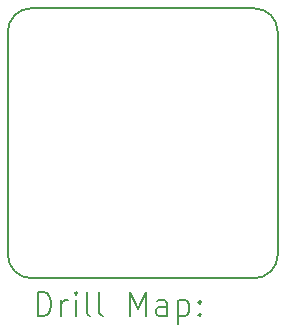
<source format=gbr>
%TF.GenerationSoftware,KiCad,Pcbnew,8.0.8*%
%TF.CreationDate,2025-02-11T20:59:32-05:00*%
%TF.ProjectId,IMU,494d552e-6b69-4636-9164-5f7063625858,rev?*%
%TF.SameCoordinates,Original*%
%TF.FileFunction,Drillmap*%
%TF.FilePolarity,Positive*%
%FSLAX45Y45*%
G04 Gerber Fmt 4.5, Leading zero omitted, Abs format (unit mm)*
G04 Created by KiCad (PCBNEW 8.0.8) date 2025-02-11 20:59:32*
%MOMM*%
%LPD*%
G01*
G04 APERTURE LIST*
%ADD10C,0.160000*%
%ADD11C,0.200000*%
G04 APERTURE END LIST*
D10*
X12342200Y-10881800D02*
X14228201Y-10881800D01*
X12342200Y-10881800D02*
G75*
G02*
X12142200Y-10681800I0J200000D01*
G01*
X14428201Y-10681800D02*
G75*
G02*
X14228201Y-10881801I-200001J0D01*
G01*
X14428201Y-10681800D02*
X14428201Y-8795800D01*
X14228201Y-8595800D02*
X12342200Y-8595800D01*
X12142200Y-8795800D02*
X12142200Y-10681800D01*
X14228201Y-8595800D02*
G75*
G02*
X14428200Y-8795800I-1J-200000D01*
G01*
X12142200Y-8795800D02*
G75*
G02*
X12342200Y-8595800I200000J0D01*
G01*
D11*
X12394977Y-11201284D02*
X12394977Y-11001284D01*
X12394977Y-11001284D02*
X12442596Y-11001284D01*
X12442596Y-11001284D02*
X12471167Y-11010808D01*
X12471167Y-11010808D02*
X12490215Y-11029855D01*
X12490215Y-11029855D02*
X12499739Y-11048903D01*
X12499739Y-11048903D02*
X12509262Y-11086998D01*
X12509262Y-11086998D02*
X12509262Y-11115570D01*
X12509262Y-11115570D02*
X12499739Y-11153665D01*
X12499739Y-11153665D02*
X12490215Y-11172712D01*
X12490215Y-11172712D02*
X12471167Y-11191760D01*
X12471167Y-11191760D02*
X12442596Y-11201284D01*
X12442596Y-11201284D02*
X12394977Y-11201284D01*
X12594977Y-11201284D02*
X12594977Y-11067950D01*
X12594977Y-11106046D02*
X12604501Y-11086998D01*
X12604501Y-11086998D02*
X12614024Y-11077474D01*
X12614024Y-11077474D02*
X12633072Y-11067950D01*
X12633072Y-11067950D02*
X12652120Y-11067950D01*
X12718786Y-11201284D02*
X12718786Y-11067950D01*
X12718786Y-11001284D02*
X12709262Y-11010808D01*
X12709262Y-11010808D02*
X12718786Y-11020331D01*
X12718786Y-11020331D02*
X12728310Y-11010808D01*
X12728310Y-11010808D02*
X12718786Y-11001284D01*
X12718786Y-11001284D02*
X12718786Y-11020331D01*
X12842596Y-11201284D02*
X12823548Y-11191760D01*
X12823548Y-11191760D02*
X12814024Y-11172712D01*
X12814024Y-11172712D02*
X12814024Y-11001284D01*
X12947358Y-11201284D02*
X12928310Y-11191760D01*
X12928310Y-11191760D02*
X12918786Y-11172712D01*
X12918786Y-11172712D02*
X12918786Y-11001284D01*
X13175929Y-11201284D02*
X13175929Y-11001284D01*
X13175929Y-11001284D02*
X13242596Y-11144141D01*
X13242596Y-11144141D02*
X13309262Y-11001284D01*
X13309262Y-11001284D02*
X13309262Y-11201284D01*
X13490215Y-11201284D02*
X13490215Y-11096522D01*
X13490215Y-11096522D02*
X13480691Y-11077474D01*
X13480691Y-11077474D02*
X13461643Y-11067950D01*
X13461643Y-11067950D02*
X13423548Y-11067950D01*
X13423548Y-11067950D02*
X13404501Y-11077474D01*
X13490215Y-11191760D02*
X13471167Y-11201284D01*
X13471167Y-11201284D02*
X13423548Y-11201284D01*
X13423548Y-11201284D02*
X13404501Y-11191760D01*
X13404501Y-11191760D02*
X13394977Y-11172712D01*
X13394977Y-11172712D02*
X13394977Y-11153665D01*
X13394977Y-11153665D02*
X13404501Y-11134617D01*
X13404501Y-11134617D02*
X13423548Y-11125093D01*
X13423548Y-11125093D02*
X13471167Y-11125093D01*
X13471167Y-11125093D02*
X13490215Y-11115570D01*
X13585453Y-11067950D02*
X13585453Y-11267950D01*
X13585453Y-11077474D02*
X13604501Y-11067950D01*
X13604501Y-11067950D02*
X13642596Y-11067950D01*
X13642596Y-11067950D02*
X13661643Y-11077474D01*
X13661643Y-11077474D02*
X13671167Y-11086998D01*
X13671167Y-11086998D02*
X13680691Y-11106046D01*
X13680691Y-11106046D02*
X13680691Y-11163189D01*
X13680691Y-11163189D02*
X13671167Y-11182236D01*
X13671167Y-11182236D02*
X13661643Y-11191760D01*
X13661643Y-11191760D02*
X13642596Y-11201284D01*
X13642596Y-11201284D02*
X13604501Y-11201284D01*
X13604501Y-11201284D02*
X13585453Y-11191760D01*
X13766405Y-11182236D02*
X13775929Y-11191760D01*
X13775929Y-11191760D02*
X13766405Y-11201284D01*
X13766405Y-11201284D02*
X13756882Y-11191760D01*
X13756882Y-11191760D02*
X13766405Y-11182236D01*
X13766405Y-11182236D02*
X13766405Y-11201284D01*
X13766405Y-11077474D02*
X13775929Y-11086998D01*
X13775929Y-11086998D02*
X13766405Y-11096522D01*
X13766405Y-11096522D02*
X13756882Y-11086998D01*
X13756882Y-11086998D02*
X13766405Y-11077474D01*
X13766405Y-11077474D02*
X13766405Y-11096522D01*
M02*

</source>
